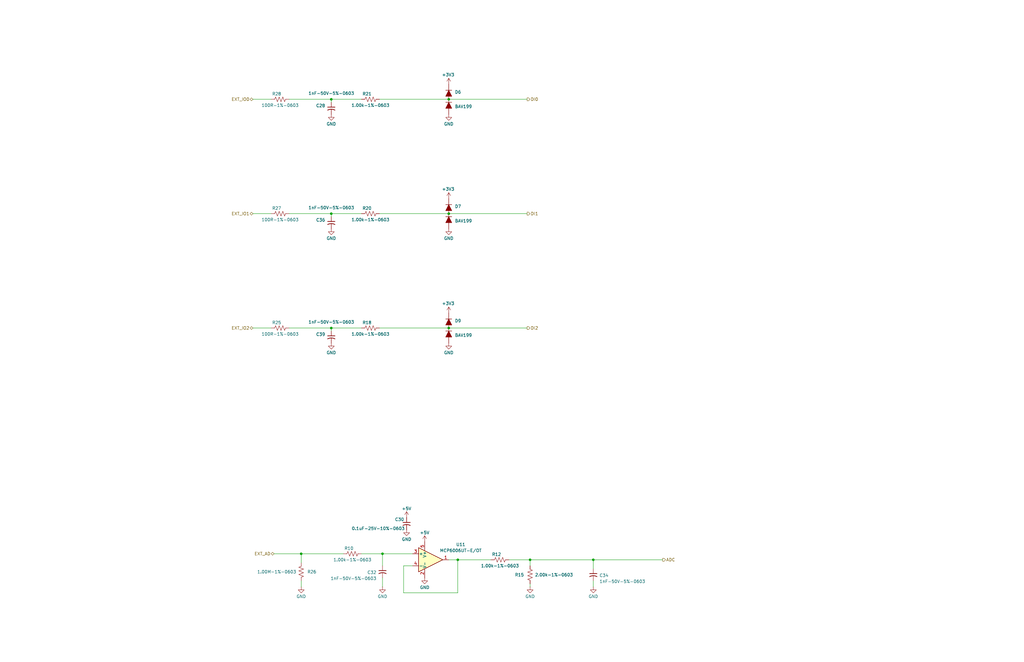
<source format=kicad_sch>
(kicad_sch (version 20250114) (generator "eeschema") (generator_version "9.0")
  (paper "B")
  (title_block (title "CAN I/O Expander") (date "2025-04-26") (rev "1") (company "Realtime Robotics"))
  (lib_symbols
    (symbol "Amplifier_Operational:MCP6001-OT" (pin_names (offset 0.127))
      (property "Reference" "U" (at -1.27 6.35 0))
      (property "Value" "MCP6001-OT" (at -1.27 3.81 0))
      (symbol "MCP6001-OT_0_1"
        (polyline (pts (xy -5.08 5.08) (xy 5.08 0) (xy -5.08 -5.08) (xy -5.08 5.08)) (stroke (width 0.254)) (fill (type background)))
        (pin power_in line (at -2.54 7.62 270) (length 3.81) (name "V+") (number "5"))
        (pin power_in line (at -2.54 -7.62 90) (length 3.81) (name "V-") (number "2"))
      )
      (symbol "MCP6001-OT_1_1"
        (pin input line (at -7.62 2.54 0) (length 2.54) (name "+") (number "3"))
        (pin input line (at -7.62 -2.54 0) (length 2.54) (name "-") (number "4"))
        (pin output line (at 7.62 0 180) (length 2.54) (name "~") (number "1"))
      )
    )
    (symbol "CAN-IO-expander:BAV199" (pin_numbers (hide yes)) (pin_names (hide yes))
      (property "Reference" "D5" (at 1.2701 2.54 90))
      (property "Value" "BAV199" (at -1.2699 2.54 90))
      (symbol "BAV199_1_1"
        (polyline (pts (xy -3.81 1.27) (xy -1.27 0) (xy -3.81 -1.27) (xy -3.81 1.27) (xy -3.81 1.27) (xy -3.81 1.27)) (stroke (width 0.2032)) (fill (type outline)))
        (polyline (pts (xy -1.27 0) (xy 1.27 0)))
        (polyline (pts (xy -1.27 -1.27) (xy -1.27 1.27) (xy -1.27 1.27)) (stroke (width 0.2032)))
        (polyline (pts (xy 1.27 1.27) (xy 3.81 0) (xy 1.27 -1.27) (xy 1.27 1.27) (xy 1.27 1.27) (xy 1.27 1.27)) (stroke (width 0.2032)) (fill (type outline)))
        (polyline (pts (xy 3.81 1.27) (xy 3.81 -1.27) (xy 3.81 -1.27)) (stroke (width 0.2032)))
        (pin passive line (at -6.35 0 0) (length 2.54) (name "K") (number "1"))
        (pin passive line (at 0 0 0) (length 0) (name "K") (number "3"))
        (pin passive line (at 6.35 0 180) (length 2.54) (name "A") (number "2"))
      )
    )
    (symbol "Device:C_Small_US" (pin_numbers (hide yes)) (pin_names (offset 0.254) (hide yes))
      (property "Reference" "C" (at 0.254 1.778 0))
      (property "Value" "C_Small_US" (at 0.254 -2.032 0))
      (symbol "C_Small_US_0_1"
        (polyline (pts (xy -1.524 0.508) (xy 1.524 0.508)) (stroke (width 0.3048)))
        (arc (start -1.524 -0.762) (mid 0 -0.3734) (end 1.524 -0.762) (stroke (width 0.3048)))
      )
      (symbol "C_Small_US_1_1"
        (pin passive line (at 0 2.54 270) (length 2.032) (name "~") (number "1"))
        (pin passive line (at 0 -2.54 90) (length 2.032) (name "~") (number "2"))
      )
    )
    (symbol "Device:R_US" (pin_numbers (hide yes)) (pin_names (offset 0))
      (property "Reference" "R" (at 2.54 0 90))
      (property "Value" "R_US" (at -2.54 0 90))
      (symbol "R_US_0_1"
        (polyline (pts (xy 0 2.286) (xy 0 2.54)))
        (polyline (pts (xy 0 2.286) (xy 1.016 1.905) (xy 0 1.524) (xy -1.016 1.143) (xy 0 0.762)))
        (polyline (pts (xy 0 0.762) (xy 1.016 0.381) (xy 0 0) (xy -1.016 -0.381) (xy 0 -0.762)))
        (polyline (pts (xy 0 -0.762) (xy 1.016 -1.143) (xy 0 -1.524) (xy -1.016 -1.905) (xy 0 -2.286)))
        (polyline (pts (xy 0 -2.286) (xy 0 -2.54)))
      )
      (symbol "R_US_1_1"
        (pin passive line (at 0 3.81 270) (length 1.27) (name "~") (number "1"))
        (pin passive line (at 0 -3.81 90) (length 1.27) (name "~") (number "2"))
      )
    )
    (symbol "power:+3V3" (power) (pin_numbers (hide yes)) (pin_names (offset 0) (hide yes))
      (property "Value" "+3V3" (at 0 3.556 0))
      (symbol "+3V3_0_1"
        (polyline (pts (xy -0.762 1.27) (xy 0 2.54)))
        (polyline (pts (xy 0 2.54) (xy 0.762 1.27)))
        (polyline (pts (xy 0 0) (xy 0 2.54)))
      )
      (symbol "+3V3_1_1"
        (pin power_in line (at 0 0 90) (length 0) (name "~") (number "1"))
      )
    )
    (symbol "power:+5V" (power) (pin_numbers (hide yes)) (pin_names (offset 0) (hide yes))
      (property "Value" "+5V" (at 0 3.556 0))
      (symbol "+5V_0_1"
        (polyline (pts (xy -0.762 1.27) (xy 0 2.54)))
        (polyline (pts (xy 0 2.54) (xy 0.762 1.27)))
        (polyline (pts (xy 0 0) (xy 0 2.54)))
      )
      (symbol "+5V_1_1"
        (pin power_in line (at 0 0 90) (length 0) (name "~") (number "1"))
      )
    )
    (symbol "power:GND" (power) (pin_numbers (hide yes)) (pin_names (offset 0) (hide yes))
      (property "Value" "GND" (at 0 -3.81 0))
      (symbol "GND_0_1"
        (polyline (pts (xy 0 0) (xy 0 -1.27) (xy 1.27 -1.27) (xy 0 -2.54) (xy -1.27 -1.27) (xy 0 -1.27)))
      )
      (symbol "GND_1_1"
        (pin power_in line (at 0 0 270) (length 0) (name "~") (number "1"))
      )
    )
  )
  (junction (at 189.23 90.17))
  (junction (at 189.23 138.43))
  (junction (at 139.7 138.43))
  (junction (at 139.7 41.91))
  (junction (at 161.29 233.68))
  (junction (at 250.19 236.22))
  (junction (at 223.52 236.22))
  (junction (at 139.7 90.17))
  (junction (at 189.23 41.91))
  (junction (at 193.04 236.22))
  (junction (at 127 233.68))
  (wire (pts (xy 214.63 236.22) (xy 223.52 236.22)))
  (wire (pts (xy 139.7 90.17) (xy 152.4 90.17)))
  (wire (pts (xy 152.4 233.68) (xy 161.29 233.68)))
  (wire (pts (xy 223.52 246.38) (xy 223.52 247.65)))
  (wire (pts (xy 106.68 90.17) (xy 114.3 90.17)))
  (wire (pts (xy 189.23 90.17) (xy 222.25 90.17)))
  (wire (pts (xy 193.04 250.19) (xy 193.04 236.22)))
  (wire (pts (xy 139.7 138.43) (xy 139.7 139.7)))
  (wire (pts (xy 127 233.68) (xy 144.78 233.68)))
  (wire (pts (xy 139.7 138.43) (xy 152.4 138.43)))
  (wire (pts (xy 170.18 238.76) (xy 170.18 250.19)))
  (wire (pts (xy 170.18 250.19) (xy 193.04 250.19)))
  (wire (pts (xy 139.7 41.91) (xy 152.4 41.91)))
  (wire (pts (xy 160.02 41.91) (xy 189.23 41.91)))
  (wire (pts (xy 189.23 41.91) (xy 222.25 41.91)))
  (wire (pts (xy 223.52 236.22) (xy 223.52 238.76)))
  (wire (pts (xy 250.19 236.22) (xy 279.4 236.22)))
  (wire (pts (xy 161.29 243.84) (xy 161.29 247.65)))
  (wire (pts (xy 106.68 41.91) (xy 114.3 41.91)))
  (wire (pts (xy 189.23 138.43) (xy 222.25 138.43)))
  (wire (pts (xy 139.7 90.17) (xy 139.7 91.44)))
  (wire (pts (xy 250.19 236.22) (xy 250.19 240.03)))
  (wire (pts (xy 193.04 236.22) (xy 189.23 236.22)))
  (wire (pts (xy 121.92 138.43) (xy 139.7 138.43)))
  (wire (pts (xy 160.02 90.17) (xy 189.23 90.17)))
  (wire (pts (xy 115.57 233.68) (xy 127 233.68)))
  (wire (pts (xy 193.04 236.22) (xy 207.01 236.22)))
  (wire (pts (xy 160.02 138.43) (xy 189.23 138.43)))
  (wire (pts (xy 139.7 41.91) (xy 139.7 43.18)))
  (wire (pts (xy 121.92 41.91) (xy 139.7 41.91)))
  (wire (pts (xy 127 245.11) (xy 127 247.65)))
  (wire (pts (xy 121.92 90.17) (xy 139.7 90.17)))
  (wire (pts (xy 106.68 138.43) (xy 114.3 138.43)))
  (wire (pts (xy 161.29 233.68) (xy 161.29 238.76)))
  (wire (pts (xy 223.52 236.22) (xy 250.19 236.22)))
  (wire (pts (xy 161.29 233.68) (xy 173.99 233.68)))
  (wire (pts (xy 250.19 245.11) (xy 250.19 247.65)))
  (wire (pts (xy 127 233.68) (xy 127 237.49)))
  (wire (pts (xy 173.99 238.76) (xy 170.18 238.76)))
  (hierarchical_label "DI1" (shape output) (at 222.25 90.17 0))
  (hierarchical_label "EXT_IO2" (shape bidirectional) (at 106.68 138.43 180))
  (hierarchical_label "EXT_IO1" (shape bidirectional) (at 106.68 90.17 180))
  (hierarchical_label "EXT_AD" (shape bidirectional) (at 115.57 233.68 180))
  (hierarchical_label "EXT_IO0" (shape bidirectional) (at 106.68 41.91 180))
  (hierarchical_label "DI0" (shape output) (at 222.25 41.91 0))
  (hierarchical_label "DI2" (shape output) (at 222.25 138.43 0))
  (hierarchical_label "ADC" (shape output) (at 279.4 236.22 0))
  (symbol (lib_id "power:GND") (at 139.7 144.78 0) (unit 1)
    (property "Reference" "#PWR074" (effects (hide yes)))
    (property "Value" "GND" (at 139.7 148.844 0))
    (property "Description" "Power symbol creates a global label with name \"GND\" , ground" (effects (hide yes)))
  )
  (symbol (lib_id "power:+5V") (at 179.07 228.6 0) (unit 1)
    (property "Reference" "#PWR096" (effects (hide yes)))
    (property "Value" "+5V" (at 179.07 224.79 0))
    (property "Description" "Power symbol creates a global label with name \"+5V\"" (effects (hide yes)))
  )
  (symbol (lib_id "Device:R_US") (at 148.59 233.68 90) (unit 1)
    (property "Reference" "R10" (at 149.098 231.394 90) (effects (justify left)))
    (property "Value" "1.00k-1%-0603" (at 148.59 236.22 90))
    (property "Footprint" "Resistor_SMD:R_0603_1608Metric" (effects (hide yes)))
    (property "Description" "Resistor, US symbol" (effects (hide yes)))
  )
  (symbol (lib_id "power:+3V3") (at 189.23 35.56 0) (mirror y) (unit 1)
    (property "Reference" "#PWR073" (effects (hide yes)))
    (property "Value" "+3V3" (at 188.976 32.258 0) (effects (justify bottom)))
    (property "Description" "Power symbol creates a global label with name \"+3V3\"" (effects (hide yes)))
  )
  (symbol (lib_id "Device:R_US") (at 118.11 90.17 90) (unit 1)
    (property "Reference" "R27" (at 118.618 87.884 90) (effects (justify left)))
    (property "Value" "100R-1%-0603" (at 118.11 92.71 90))
    (property "Footprint" "Resistor_SMD:R_0603_1608Metric" (effects (hide yes)))
    (property "Description" "Resistor, US symbol" (effects (hide yes)))
  )
  (symbol (lib_id "Device:C_Small_US") (at 139.7 142.24 0) (mirror y) (unit 1)
    (property "Reference" "C39" (at 137.16 141.0969 0) (effects (justify left)))
    (property "Value" "1nF-50V-5%-0603" (at 139.7 135.89 0))
    (property "Footprint" "Capacitor_SMD:C_0603_1608Metric" (effects (hide yes)))
    (property "Description" "capacitor, small US symbol" (effects (hide yes)))
  )
  (symbol (lib_id "power:GND") (at 223.52 247.65 0) (unit 1)
    (property "Reference" "#PWR064" (effects (hide yes)))
    (property "Value" "GND" (at 223.52 251.714 0))
    (property "Description" "Power symbol creates a global label with name \"GND\" , ground" (effects (hide yes)))
  )
  (symbol (lib_id "power:GND") (at 161.29 247.65 0) (unit 1)
    (property "Reference" "#PWR062" (effects (hide yes)))
    (property "Value" "GND" (at 161.29 251.714 0))
    (property "Description" "Power symbol creates a global label with name \"GND\" , ground" (effects (hide yes)))
  )
  (symbol (lib_id "power:GND") (at 139.7 48.26 0) (unit 1)
    (property "Reference" "#PWR040" (effects (hide yes)))
    (property "Value" "GND" (at 139.7 52.324 0))
    (property "Description" "Power symbol creates a global label with name \"GND\" , ground" (effects (hide yes)))
  )
  (symbol (lib_id "Device:R_US") (at 156.21 90.17 90) (unit 1)
    (property "Reference" "R20" (at 156.718 87.884 90) (effects (justify left)))
    (property "Value" "1.00k-1%-0603" (at 156.21 92.71 90))
    (property "Footprint" "Resistor_SMD:R_0603_1608Metric" (effects (hide yes)))
    (property "Description" "Resistor, US symbol" (effects (hide yes)))
  )
  (symbol (lib_id "Device:C_Small_US") (at 250.19 242.57 0) (unit 1)
    (property "Reference" "C34" (at 252.73 242.824 0) (effects (justify left)))
    (property "Value" "1nF-50V-5%-0603" (at 252.73 245.364 0) (effects (justify left)))
    (property "Footprint" "Capacitor_SMD:C_0603_1608Metric" (effects (hide yes)))
    (property "Description" "capacitor, small US symbol" (effects (hide yes)))
  )
  (symbol (lib_id "power:GND") (at 189.23 48.26 0) (unit 1)
    (property "Reference" "#PWR097" (effects (hide yes)))
    (property "Value" "GND" (at 189.23 52.324 0))
    (property "Description" "Power symbol creates a global label with name \"GND\" , ground" (effects (hide yes)))
  )
  (symbol (lib_id "power:+3V3") (at 189.23 83.82 0) (mirror y) (unit 1)
    (property "Reference" "#PWR069" (effects (hide yes)))
    (property "Value" "+3V3" (at 188.976 80.518 0) (effects (justify bottom)))
    (property "Description" "Power symbol creates a global label with name \"+3V3\"" (effects (hide yes)))
  )
  (symbol (lib_id "power:GND") (at 189.23 96.52 0) (unit 1)
    (property "Reference" "#PWR070" (effects (hide yes)))
    (property "Value" "GND" (at 189.23 100.584 0))
    (property "Description" "Power symbol creates a global label with name \"GND\" , ground" (effects (hide yes)))
  )
  (symbol (lib_id "Device:R_US") (at 156.21 41.91 90) (unit 1)
    (property "Reference" "R21" (at 156.718 39.624 90) (effects (justify left)))
    (property "Value" "1.00k-1%-0603" (at 156.21 44.45 90))
    (property "Footprint" "Resistor_SMD:R_0603_1608Metric" (effects (hide yes)))
    (property "Description" "Resistor, US symbol" (effects (hide yes)))
  )
  (symbol (lib_id "CAN-IO-expander:BAV199") (at 189.23 90.17 90) (unit 1)
    (property "Reference" "D7" (at 191.77 87.122 90) (effects (justify right)))
    (property "Value" "BAV199" (at 191.77 93.218 90) (effects (justify right)))
    (property "Footprint" "Package_TO_SOT_SMD:SOT-23" (effects (hide yes)))
    (property "Datasheet" "Components/onsemi-BAV199LT1-D.PDF" (effects (hide yes)))
    (property "Description" "BAV199 High-speed switching diodes, SOT-23" (effects (hide yes)))
    (property "MFG" "onsemi" (effects (hide yes)))
    (property "MFG P/N" "BAV199LT1G" (effects (hide yes)))
    (property "DIST" "Digikey" (effects (hide yes)))
    (property "DIST P/N" "BAV199LT1GOSCT-ND" (effects (hide yes)))
  )
  (symbol (lib_id "CAN-IO-expander:BAV199") (at 189.23 41.91 90) (unit 1)
    (property "Reference" "D6" (at 191.77 38.862 90) (effects (justify right)))
    (property "Value" "BAV199" (at 191.77 44.958 90) (effects (justify right)))
    (property "Footprint" "Package_TO_SOT_SMD:SOT-23" (effects (hide yes)))
    (property "Datasheet" "Components/onsemi-BAV199LT1-D.PDF" (effects (hide yes)))
    (property "Description" "BAV199 High-speed switching diodes, SOT-23" (effects (hide yes)))
    (property "MFG" "onsemi" (effects (hide yes)))
    (property "MFG P/N" "BAV199LT1G" (effects (hide yes)))
    (property "DIST" "Digikey" (effects (hide yes)))
    (property "DIST P/N" "BAV199LT1GOSCT-ND" (effects (hide yes)))
  )
  (symbol (lib_id "CAN-IO-expander:BAV199") (at 189.23 138.43 90) (unit 1)
    (property "Reference" "D9" (at 191.77 135.382 90) (effects (justify right)))
    (property "Value" "BAV199" (at 191.77 141.478 90) (effects (justify right)))
    (property "Footprint" "Package_TO_SOT_SMD:SOT-23" (effects (hide yes)))
    (property "Datasheet" "Components/onsemi-BAV199LT1-D.PDF" (effects (hide yes)))
    (property "Description" "BAV199 High-speed switching diodes, SOT-23" (effects (hide yes)))
    (property "MFG" "onsemi" (effects (hide yes)))
    (property "MFG P/N" "BAV199LT1G" (effects (hide yes)))
    (property "DIST" "Digikey" (effects (hide yes)))
    (property "DIST P/N" "BAV199LT1GOSCT-ND" (effects (hide yes)))
  )
  (symbol (lib_id "power:GND") (at 189.23 144.78 0) (unit 1)
    (property "Reference" "#PWR076" (effects (hide yes)))
    (property "Value" "GND" (at 189.23 148.844 0))
    (property "Description" "Power symbol creates a global label with name \"GND\" , ground" (effects (hide yes)))
  )
  (symbol (lib_id "power:GND") (at 139.7 96.52 0) (unit 1)
    (property "Reference" "#PWR068" (effects (hide yes)))
    (property "Value" "GND" (at 139.7 100.584 0))
    (property "Description" "Power symbol creates a global label with name \"GND\" , ground" (effects (hide yes)))
  )
  (symbol (lib_id "power:GND") (at 171.45 223.52 0) (unit 1)
    (property "Reference" "#PWR046" (effects (hide yes)))
    (property "Value" "GND" (at 171.45 227.584 0))
    (property "Description" "Power symbol creates a global label with name \"GND\" , ground" (effects (hide yes)))
  )
  (symbol (lib_id "power:+5V") (at 171.45 218.44 0) (unit 1)
    (property "Reference" "#PWR044" (effects (hide yes)))
    (property "Value" "+5V" (at 171.45 214.63 0))
    (property "Description" "Power symbol creates a global label with name \"+5V\"" (effects (hide yes)))
  )
  (symbol (lib_id "Amplifier_Operational:MCP6001-OT") (at 181.61 236.22 0) (unit 1)
    (property "Reference" "U11" (at 194.31 229.7998 0))
    (property "Value" "MCP6006UT-E/OT" (at 194.31 232.3398 0))
    (property "Footprint" "Package_TO_SOT_SMD:SOT-23-5" (effects (hide yes)))
    (property "Datasheet" "Components/Microchip-MCP6006.pdf" (effects (hide yes)))
    (property "Description" "1MHz, Low-Power Op Amp, SOT-23-5" (effects (hide yes)))
    (property "MFG" "Microchip" (effects (hide yes)))
    (property "MFG P/N" "MCP6006UT-E/OT" (effects (hide yes)))
    (property "DIST" "Digikey" (effects (hide yes)))
    (property "DIST P/N" "150-MCP6006UT-E/OTCT-ND" (effects (hide yes)))
  )
  (symbol (lib_id "power:GND") (at 250.19 247.65 0) (mirror y) (unit 1)
    (property "Reference" "#PWR066" (effects (hide yes)))
    (property "Value" "GND" (at 250.19 251.714 0))
    (property "Description" "Power symbol creates a global label with name \"GND\" , ground" (effects (hide yes)))
  )
  (symbol (lib_id "Device:R_US") (at 118.11 138.43 90) (unit 1)
    (property "Reference" "R25" (at 118.618 136.144 90) (effects (justify left)))
    (property "Value" "100R-1%-0603" (at 118.11 140.97 90))
    (property "Footprint" "Resistor_SMD:R_0603_1608Metric" (effects (hide yes)))
    (property "Description" "Resistor, US symbol" (effects (hide yes)))
  )
  (symbol (lib_id "Device:R_US") (at 223.52 242.57 180) (unit 1)
    (property "Reference" "R15" (at 220.98 242.57 0) (effects (justify left)))
    (property "Value" "2.00k-1%-0603" (at 225.552 242.57 0) (effects (justify right)))
    (property "Footprint" "Resistor_SMD:R_0603_1608Metric" (effects (hide yes)))
    (property "Description" "Resistor, US symbol" (effects (hide yes)))
  )
  (symbol (lib_id "Device:R_US") (at 127 241.3 0) (mirror x) (unit 1)
    (property "Reference" "R26" (at 129.54 241.3 0) (effects (justify left)))
    (property "Value" "1.00M-1%-0603" (at 124.968 241.3 0) (effects (justify right)))
    (property "Footprint" "Resistor_SMD:R_0603_1608Metric" (effects (hide yes)))
    (property "Description" "Resistor, US symbol" (effects (hide yes)))
  )
  (symbol (lib_id "Device:R_US") (at 210.82 236.22 90) (unit 1)
    (property "Reference" "R12" (at 211.328 233.934 90) (effects (justify left)))
    (property "Value" "1.00k-1%-0603" (at 210.82 238.76 90))
    (property "Footprint" "Resistor_SMD:R_0603_1608Metric" (effects (hide yes)))
    (property "Description" "Resistor, US symbol" (effects (hide yes)))
  )
  (symbol (lib_id "power:GND") (at 179.07 243.84 0) (unit 1)
    (property "Reference" "#PWR048" (effects (hide yes)))
    (property "Value" "GND" (at 179.07 247.904 0))
    (property "Description" "Power symbol creates a global label with name \"GND\" , ground" (effects (hide yes)))
  )
  (symbol (lib_id "Device:C_Small_US") (at 139.7 93.98 0) (mirror y) (unit 1)
    (property "Reference" "C36" (at 137.16 92.8369 0) (effects (justify left)))
    (property "Value" "1nF-50V-5%-0603" (at 139.7 87.63 0))
    (property "Footprint" "Capacitor_SMD:C_0603_1608Metric" (effects (hide yes)))
    (property "Description" "capacitor, small US symbol" (effects (hide yes)))
  )
  (symbol (lib_id "power:+3V3") (at 189.23 132.08 0) (mirror y) (unit 1)
    (property "Reference" "#PWR075" (effects (hide yes)))
    (property "Value" "+3V3" (at 188.976 128.778 0) (effects (justify bottom)))
    (property "Description" "Power symbol creates a global label with name \"+3V3\"" (effects (hide yes)))
  )
  (symbol (lib_id "Device:R_US") (at 156.21 138.43 90) (unit 1)
    (property "Reference" "R18" (at 156.718 136.144 90) (effects (justify left)))
    (property "Value" "1.00k-1%-0603" (at 156.21 140.97 90))
    (property "Footprint" "Resistor_SMD:R_0603_1608Metric" (effects (hide yes)))
    (property "Description" "Resistor, US symbol" (effects (hide yes)))
  )
  (symbol (lib_id "Device:R_US") (at 118.11 41.91 90) (unit 1)
    (property "Reference" "R28" (at 118.618 39.624 90) (effects (justify left)))
    (property "Value" "100R-1%-0603" (at 118.11 44.45 90))
    (property "Footprint" "Resistor_SMD:R_0603_1608Metric" (effects (hide yes)))
    (property "Description" "Resistor, US symbol" (effects (hide yes)))
  )
  (symbol (lib_id "Device:C_Small_US") (at 139.7 45.72 0) (mirror y) (unit 1)
    (property "Reference" "C28" (at 137.16 44.5769 0) (effects (justify left)))
    (property "Value" "1nF-50V-5%-0603" (at 139.7 39.37 0))
    (property "Footprint" "Capacitor_SMD:C_0603_1608Metric" (effects (hide yes)))
    (property "Description" "capacitor, small US symbol" (effects (hide yes)))
  )
  (symbol (lib_id "power:GND") (at 127 247.65 0) (unit 1)
    (property "Reference" "#PWR063" (effects (hide yes)))
    (property "Value" "GND" (at 127 251.714 0))
    (property "Description" "Power symbol creates a global label with name \"GND\" , ground" (effects (hide yes)))
  )
  (symbol (lib_id "Device:C_Small_US") (at 161.29 241.3 0) (mirror y) (unit 1)
    (property "Reference" "C32" (at 158.75 241.554 0) (effects (justify left)))
    (property "Value" "1nF-50V-5%-0603" (at 158.75 244.094 0) (effects (justify left)))
    (property "Footprint" "Capacitor_SMD:C_0603_1608Metric" (effects (hide yes)))
    (property "Description" "capacitor, small US symbol" (effects (hide yes)))
  )
  (symbol (lib_id "Device:C_Small_US") (at 171.45 220.98 0) (mirror y) (unit 1)
    (property "Reference" "C30" (at 170.434 219.202 0) (effects (justify left)))
    (property "Value" "0.1uF-25V-10%-0603" (at 170.688 223.012 0) (effects (justify left)))
    (property "Footprint" "Capacitor_SMD:C_0603_1608Metric" (effects (hide yes)))
    (property "Description" "capacitor, small US symbol" (effects (hide yes)))
  )
)
</source>
